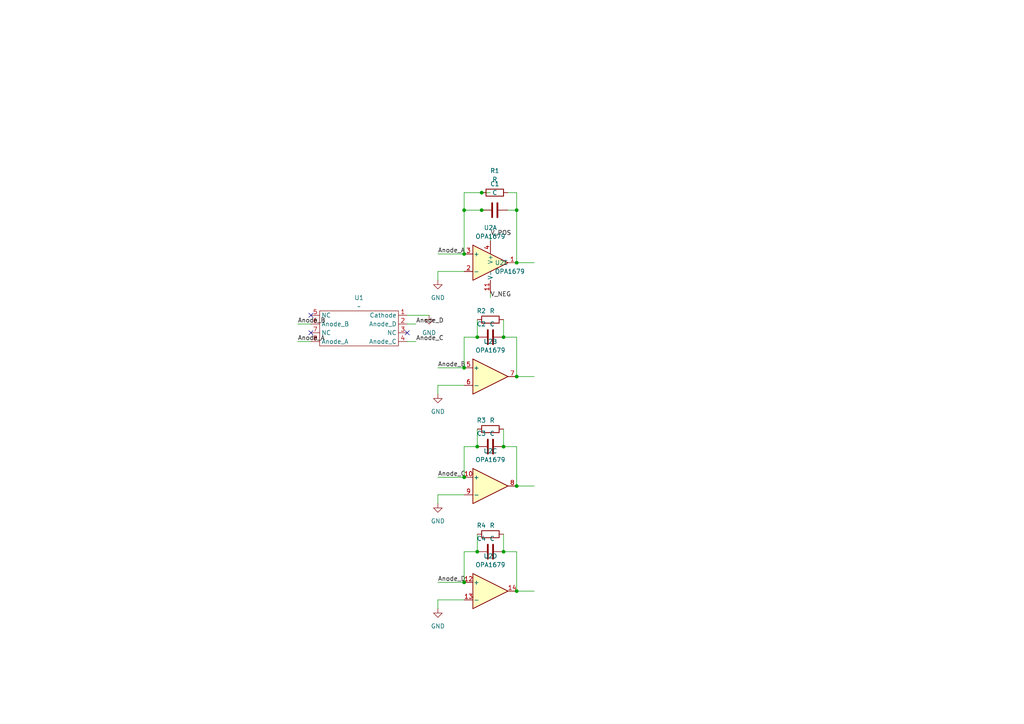
<source format=kicad_sch>
(kicad_sch (version 20231120) (generator "eeschema") (generator_version "8.0")
  (paper "A4")
  (lib_symbols
    (symbol "Amplifier_Operational:OPA1679" (pin_names (offset 0.127))
      (property "Reference" "U" (at 0 5.08 0))
      (property "Value" "OPA1679" (at 0 -5.08 0))
      (symbol "OPA1679_1_1"
        (polyline (pts (xy -5.08 5.08) (xy 5.08 0) (xy -5.08 -5.08) (xy -5.08 5.08)) (stroke (width 0.254)) (fill (type background)))
        (pin output line (at 7.62 0 180) (length 2.54) (name "~") (number "1"))
        (pin input line (at -7.62 -2.54 0) (length 2.54) (name "-") (number "2"))
        (pin input line (at -7.62 2.54 0) (length 2.54) (name "+") (number "3"))
      )
      (symbol "OPA1679_2_1"
        (polyline (pts (xy -5.08 5.08) (xy 5.08 0) (xy -5.08 -5.08) (xy -5.08 5.08)) (stroke (width 0.254)) (fill (type background)))
        (pin input line (at -7.62 2.54 0) (length 2.54) (name "+") (number "5"))
        (pin input line (at -7.62 -2.54 0) (length 2.54) (name "-") (number "6"))
        (pin output line (at 7.62 0 180) (length 2.54) (name "~") (number "7"))
      )
      (symbol "OPA1679_3_1"
        (polyline (pts (xy -5.08 5.08) (xy 5.08 0) (xy -5.08 -5.08) (xy -5.08 5.08)) (stroke (width 0.254)) (fill (type background)))
        (pin input line (at -7.62 2.54 0) (length 2.54) (name "+") (number "10"))
        (pin output line (at 7.62 0 180) (length 2.54) (name "~") (number "8"))
        (pin input line (at -7.62 -2.54 0) (length 2.54) (name "-") (number "9"))
      )
      (symbol "OPA1679_4_1"
        (polyline (pts (xy -5.08 5.08) (xy 5.08 0) (xy -5.08 -5.08) (xy -5.08 5.08)) (stroke (width 0.254)) (fill (type background)))
        (pin input line (at -7.62 2.54 0) (length 2.54) (name "+") (number "12"))
        (pin input line (at -7.62 -2.54 0) (length 2.54) (name "-") (number "13"))
        (pin output line (at 7.62 0 180) (length 2.54) (name "~") (number "14"))
      )
      (symbol "OPA1679_5_1"
        (pin power_in line (at -2.54 -7.62 90) (length 3.81) (name "V-") (number "11"))
        (pin power_in line (at -2.54 7.62 270) (length 3.81) (name "V+") (number "4"))
      )
    )
    (symbol "Device:C" (pin_numbers hide) (pin_names (offset 0.254))
      (property "Reference" "C" (at 0.635 2.54 0))
      (property "Value" "C" (at 0.635 -2.54 0))
      (symbol "C_0_1"
        (polyline (pts (xy -2.032 -0.762) (xy 2.032 -0.762)) (stroke (width 0.508)))
        (polyline (pts (xy -2.032 0.762) (xy 2.032 0.762)) (stroke (width 0.508)))
      )
      (symbol "C_1_1"
        (pin passive line (at 0 3.81 270) (length 2.794) (name "~") (number "1"))
        (pin passive line (at 0 -3.81 90) (length 2.794) (name "~") (number "2"))
      )
    )
    (symbol "Device:R" (pin_numbers hide) (pin_names (offset 0))
      (property "Reference" "R" (at 2.032 0 90))
      (property "Value" "R" (at 0 0 90))
      (symbol "R_0_1"
        (rectangle (start -1.016 -2.54) (end 1.016 2.54) (stroke (width 0.254)))
      )
      (symbol "R_1_1"
        (pin passive line (at 0 3.81 270) (length 1.27) (name "~") (number "1"))
        (pin passive line (at 0 -3.81 90) (length 1.27) (name "~") (number "2"))
      )
    )
    (symbol "Quadcell:G6849"
      (property "Reference" "U" (at 0 0 0))
      (symbol "G6849_0_1"
        (rectangle (start -11.43 6.35) (end 11.43 -3.81))
      )
      (symbol "G6849_1_1"
        (pin unspecified line (at 13.97 5.08 180) (length 2.54) (name "Cathode") (number "1"))
        (pin unspecified line (at 13.97 2.54 180) (length 2.54) (name "Anode_D") (number "2"))
        (pin unspecified line (at 13.97 0 180) (length 2.54) (name "NC") (number "3"))
        (pin unspecified line (at 13.97 -2.54 180) (length 2.54) (name "Anode_C") (number "4"))
        (pin unspecified line (at -13.97 5.08 0) (length 2.54) (name "NC") (number "5"))
        (pin unspecified line (at -13.97 2.54 0) (length 2.54) (name "Anode_B") (number "6"))
        (pin unspecified line (at -13.97 0 0) (length 2.54) (name "NC") (number "7"))
        (pin unspecified line (at -13.97 -2.54 0) (length 2.54) (name "Anode_A") (number "8"))
      )
    )
    (symbol "power:GND" (power) (pin_numbers hide) (pin_names (offset 0) hide)
      (property "Value" "GND" (at 0 -3.81 0))
      (symbol "GND_0_1"
        (polyline (pts (xy 0 0) (xy 0 -1.27) (xy 1.27 -1.27) (xy 0 -2.54) (xy -1.27 -1.27) (xy 0 -1.27)))
      )
      (symbol "GND_1_1"
        (pin power_in line (at 0 0 270) (length 0) (name "~") (number "1"))
      )
    )
  )
  (junction (at 138.43 97.79))
  (junction (at 134.62 168.91))
  (junction (at 134.62 73.66))
  (junction (at 139.7 60.96))
  (junction (at 138.43 160.02))
  (junction (at 134.62 106.68))
  (junction (at 146.05 129.54))
  (junction (at 149.86 60.96))
  (junction (at 149.86 171.45))
  (junction (at 146.05 97.79))
  (junction (at 134.62 60.96))
  (junction (at 138.43 129.54))
  (junction (at 134.62 138.43))
  (junction (at 149.86 76.2))
  (junction (at 139.7 55.88))
  (junction (at 149.86 109.22))
  (junction (at 149.86 140.97))
  (junction (at 146.05 160.02))
  (no_connect (at 118.11 96.52))
  (no_connect (at 90.17 91.44))
  (no_connect (at 90.17 96.52))
  (wire (pts (xy 146.05 92.71) (xy 146.05 97.79)))
  (wire (pts (xy 134.62 55.88) (xy 134.62 60.96)))
  (wire (pts (xy 127 111.76) (xy 127 114.3)))
  (wire (pts (xy 127 143.51) (xy 127 146.05)))
  (wire (pts (xy 127 168.91) (xy 134.62 168.91)))
  (wire (pts (xy 142.24 68.58) (xy 142.24 69.85)))
  (wire (pts (xy 127 73.66) (xy 134.62 73.66)))
  (wire (pts (xy 118.11 91.44) (xy 124.46 91.44)))
  (wire (pts (xy 149.86 171.45) (xy 154.94 171.45)))
  (wire (pts (xy 149.86 55.88) (xy 149.86 60.96)))
  (wire (pts (xy 118.11 99.06) (xy 120.65 99.06)))
  (wire (pts (xy 134.62 160.02) (xy 134.62 168.91)))
  (wire (pts (xy 86.36 93.98) (xy 90.17 93.98)))
  (wire (pts (xy 134.62 129.54) (xy 134.62 138.43)))
  (wire (pts (xy 138.43 124.46) (xy 138.43 129.54)))
  (wire (pts (xy 134.62 60.96) (xy 134.62 73.66)))
  (wire (pts (xy 149.86 140.97) (xy 149.86 129.54)))
  (wire (pts (xy 138.43 97.79) (xy 134.62 97.79)))
  (wire (pts (xy 138.43 154.94) (xy 138.43 160.02)))
  (wire (pts (xy 127 78.74) (xy 127 81.28)))
  (wire (pts (xy 138.43 129.54) (xy 134.62 129.54)))
  (wire (pts (xy 118.11 93.98) (xy 120.65 93.98)))
  (wire (pts (xy 134.62 173.99) (xy 127 173.99)))
  (wire (pts (xy 149.86 109.22) (xy 154.94 109.22)))
  (wire (pts (xy 146.05 160.02) (xy 149.86 160.02)))
  (wire (pts (xy 149.86 160.02) (xy 149.86 171.45)))
  (wire (pts (xy 134.62 97.79) (xy 134.62 106.68)))
  (wire (pts (xy 146.05 97.79) (xy 149.86 97.79)))
  (wire (pts (xy 146.05 124.46) (xy 146.05 129.54)))
  (wire (pts (xy 149.86 140.97) (xy 154.94 140.97)))
  (wire (pts (xy 127 173.99) (xy 127 176.53)))
  (wire (pts (xy 149.86 76.2) (xy 154.94 76.2)))
  (wire (pts (xy 127 138.43) (xy 134.62 138.43)))
  (wire (pts (xy 134.62 78.74) (xy 127 78.74)))
  (wire (pts (xy 134.62 60.96) (xy 139.7 60.96)))
  (wire (pts (xy 142.24 85.09) (xy 142.24 86.36)))
  (wire (pts (xy 142.24 60.96) (xy 139.7 60.96)))
  (wire (pts (xy 149.86 60.96) (xy 147.32 60.96)))
  (wire (pts (xy 138.43 92.71) (xy 138.43 97.79)))
  (wire (pts (xy 146.05 154.94) (xy 146.05 160.02)))
  (wire (pts (xy 146.05 129.54) (xy 149.86 129.54)))
  (wire (pts (xy 134.62 111.76) (xy 127 111.76)))
  (wire (pts (xy 149.86 97.79) (xy 149.86 109.22)))
  (wire (pts (xy 138.43 160.02) (xy 134.62 160.02)))
  (wire (pts (xy 86.36 99.06) (xy 90.17 99.06)))
  (wire (pts (xy 134.62 143.51) (xy 127 143.51)))
  (wire (pts (xy 127 106.68) (xy 134.62 106.68)))
  (wire (pts (xy 134.62 55.88) (xy 139.7 55.88)))
  (wire (pts (xy 147.32 55.88) (xy 149.86 55.88)))
  (wire (pts (xy 149.86 76.2) (xy 149.86 60.96)))
  (wire (pts (xy 139.7 55.88) (xy 142.24 55.88)))
  (label "Anode_C" (at 127 138.43 0))
  (label "V_POS" (at 142.24 68.58 0))
  (label "Anode_B" (at 127 106.68 0))
  (label "V_NEG" (at 142.24 86.36 0))
  (label "Anode_A" (at 86.36 99.06 0))
  (label "Anode_B" (at 86.36 93.98 0))
  (label "Anode_A" (at 127 73.66 0))
  (label "Anode_C" (at 120.65 99.06 0))
  (label "Anode_D" (at 127 168.91 0))
  (label "Anode_D" (at 120.65 93.98 0))
  (symbol (lib_id "power:GND") (at 124.46 91.44 0) (unit 1)
    (property "Reference" "#PWR05" (effects (hide yes)))
    (property "Value" "GND" (at 124.46 96.52 0))
    (property "Description" "Power symbol creates a global label with name \"GND\" , ground" (effects (hide yes)))
  )
  (symbol (lib_id "Device:R") (at 142.24 154.94 90) (unit 1)
    (property "Reference" "R4" (at 140.9699 152.4 90) (effects (justify left)))
    (property "Value" "R" (at 143.5099 152.4 90) (effects (justify left)))
    (property "Footprint" "Resistor_THT:R_Axial_DIN0204_L3.6mm_D1.6mm_P1.90mm_Vertical" (effects (hide yes)))
    (property "Description" "Resistor" (effects (hide yes)))
  )
  (symbol (lib_id "power:GND") (at 127 81.28 0) (unit 1)
    (property "Reference" "#PWR01" (effects (hide yes)))
    (property "Value" "GND" (at 127 86.36 0))
    (property "Description" "Power symbol creates a global label with name \"GND\" , ground" (effects (hide yes)))
  )
  (symbol (lib_id "Device:C") (at 142.24 160.02 90) (unit 1)
    (property "Reference" "C4" (at 140.9699 156.21 90) (effects (justify left)))
    (property "Value" "C" (at 143.5099 156.21 90) (effects (justify left)))
    (property "Footprint" "Capacitor_THT:CP_Axial_L10.0mm_D4.5mm_P15.00mm_Horizontal" (effects (hide yes)))
    (property "Description" "Unpolarized capacitor" (effects (hide yes)))
  )
  (symbol (lib_id "Amplifier_Operational:OPA1679") (at 144.78 77.47 0) (unit 5)
    (property "Reference" "U2" (at 143.51 76.1999 0) (effects (justify left)))
    (property "Value" "OPA1679" (at 143.51 78.7399 0) (effects (justify left)))
    (property "Footprint" "Package_DIP:DIP-14_W7.62mm" (effects (hide yes)))
    (property "Datasheet" "http://www.ti.com/lit/ds/symlink/opa1678.pdf" (effects (hide yes)))
    (property "Description" "Low-Distortion Audio Operational Amplifiers, SOIC-14/TSSOP-14" (effects (hide yes)))
  )
  (symbol (lib_id "Device:C") (at 142.24 97.79 90) (unit 1)
    (property "Reference" "C2" (at 140.9699 93.98 90) (effects (justify left)))
    (property "Value" "C" (at 143.5099 93.98 90) (effects (justify left)))
    (property "Footprint" "Capacitor_THT:CP_Axial_L10.0mm_D4.5mm_P15.00mm_Horizontal" (effects (hide yes)))
    (property "Description" "Unpolarized capacitor" (effects (hide yes)))
  )
  (symbol (lib_id "Quadcell:G6849") (at 104.14 96.52 0) (unit 1)
    (property "Reference" "U1" (at 104.14 86.36 0))
    (property "Value" "~" (at 104.14 88.9 0))
    (property "Footprint" "Library:Quadcell" (effects (hide yes)))
  )
  (symbol (lib_id "Device:C") (at 143.51 60.96 90) (unit 1)
    (property "Reference" "C1" (at 143.51 53.34 90))
    (property "Value" "C" (at 143.51 55.88 90))
    (property "Footprint" "Capacitor_THT:CP_Axial_L10.0mm_D4.5mm_P15.00mm_Horizontal" (effects (hide yes)))
    (property "Description" "Unpolarized capacitor" (effects (hide yes)))
  )
  (symbol (lib_id "Device:R") (at 142.24 124.46 90) (unit 1)
    (property "Reference" "R3" (at 140.9699 121.92 90) (effects (justify left)))
    (property "Value" "R" (at 143.5099 121.92 90) (effects (justify left)))
    (property "Footprint" "Resistor_THT:R_Axial_DIN0204_L3.6mm_D1.6mm_P1.90mm_Vertical" (effects (hide yes)))
    (property "Description" "Resistor" (effects (hide yes)))
  )
  (symbol (lib_id "Device:R") (at 142.24 92.71 90) (unit 1)
    (property "Reference" "R2" (at 140.9699 90.17 90) (effects (justify left)))
    (property "Value" "R" (at 143.5099 90.17 90) (effects (justify left)))
    (property "Footprint" "Resistor_THT:R_Axial_DIN0204_L3.6mm_D1.6mm_P1.90mm_Vertical" (effects (hide yes)))
    (property "Description" "Resistor" (effects (hide yes)))
  )
  (symbol (lib_id "power:GND") (at 127 176.53 0) (unit 1)
    (property "Reference" "#PWR04" (effects (hide yes)))
    (property "Value" "GND" (at 127 181.61 0))
    (property "Description" "Power symbol creates a global label with name \"GND\" , ground" (effects (hide yes)))
  )
  (symbol (lib_id "Amplifier_Operational:OPA1679") (at 142.24 76.2 0) (unit 1)
    (property "Reference" "U2" (at 142.24 66.04 0))
    (property "Value" "OPA1679" (at 142.24 68.58 0))
    (property "Footprint" "Package_DIP:DIP-14_W7.62mm" (effects (hide yes)))
    (property "Datasheet" "http://www.ti.com/lit/ds/symlink/opa1678.pdf" (effects (hide yes)))
    (property "Description" "Low-Distortion Audio Operational Amplifiers, SOIC-14/TSSOP-14" (effects (hide yes)))
  )
  (symbol (lib_id "Amplifier_Operational:OPA1679") (at 142.24 109.22 0) (unit 2)
    (property "Reference" "U2" (at 142.24 99.06 0))
    (property "Value" "OPA1679" (at 142.24 101.6 0))
    (property "Footprint" "Package_DIP:DIP-14_W7.62mm" (effects (hide yes)))
    (property "Datasheet" "http://www.ti.com/lit/ds/symlink/opa1678.pdf" (effects (hide yes)))
    (property "Description" "Low-Distortion Audio Operational Amplifiers, SOIC-14/TSSOP-14" (effects (hide yes)))
  )
  (symbol (lib_id "Device:C") (at 142.24 129.54 90) (unit 1)
    (property "Reference" "C3" (at 140.9699 125.73 90) (effects (justify left)))
    (property "Value" "C" (at 143.5099 125.73 90) (effects (justify left)))
    (property "Footprint" "Capacitor_THT:CP_Axial_L10.0mm_D4.5mm_P15.00mm_Horizontal" (effects (hide yes)))
    (property "Description" "Unpolarized capacitor" (effects (hide yes)))
  )
  (symbol (lib_id "power:GND") (at 127 114.3 0) (unit 1)
    (property "Reference" "#PWR02" (effects (hide yes)))
    (property "Value" "GND" (at 127 119.38 0))
    (property "Description" "Power symbol creates a global label with name \"GND\" , ground" (effects (hide yes)))
  )
  (symbol (lib_id "Amplifier_Operational:OPA1679") (at 142.24 140.97 0) (unit 3)
    (property "Reference" "U2" (at 142.24 130.81 0))
    (property "Value" "OPA1679" (at 142.24 133.35 0))
    (property "Footprint" "Package_DIP:DIP-14_W7.62mm" (effects (hide yes)))
    (property "Datasheet" "http://www.ti.com/lit/ds/symlink/opa1678.pdf" (effects (hide yes)))
    (property "Description" "Low-Distortion Audio Operational Amplifiers, SOIC-14/TSSOP-14" (effects (hide yes)))
  )
  (symbol (lib_id "Device:R") (at 143.51 55.88 90) (unit 1)
    (property "Reference" "R1" (at 143.51 49.53 90))
    (property "Value" "R" (at 143.51 52.07 90))
    (property "Footprint" "Resistor_THT:R_Axial_DIN0204_L3.6mm_D1.6mm_P1.90mm_Vertical" (effects (hide yes)))
    (property "Description" "Resistor" (effects (hide yes)))
  )
  (symbol (lib_id "power:GND") (at 127 146.05 0) (unit 1)
    (property "Reference" "#PWR03" (effects (hide yes)))
    (property "Value" "GND" (at 127 151.13 0))
    (property "Description" "Power symbol creates a global label with name \"GND\" , ground" (effects (hide yes)))
  )
  (symbol (lib_id "Amplifier_Operational:OPA1679") (at 142.24 171.45 0) (unit 4)
    (property "Reference" "U2" (at 142.24 161.29 0))
    (property "Value" "OPA1679" (at 142.24 163.83 0))
    (property "Footprint" "Package_DIP:DIP-14_W7.62mm" (effects (hide yes)))
    (property "Datasheet" "http://www.ti.com/lit/ds/symlink/opa1678.pdf" (effects (hide yes)))
    (property "Description" "Low-Distortion Audio Operational Amplifiers, SOIC-14/TSSOP-14" (effects (hide yes)))
  )
)
</source>
